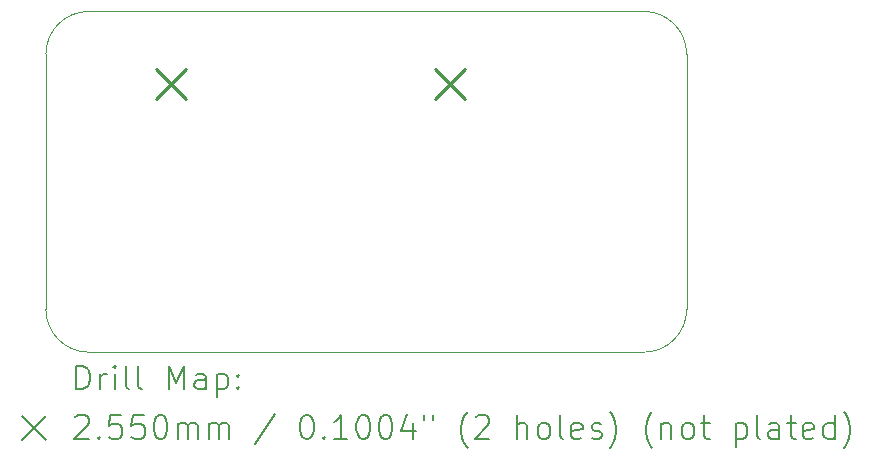
<source format=gbr>
%TF.GenerationSoftware,KiCad,Pcbnew,9.0.6*%
%TF.CreationDate,2026-01-16T18:23:39-05:00*%
%TF.ProjectId,gps_2,6770735f-322e-46b6-9963-61645f706362,AA*%
%TF.SameCoordinates,Original*%
%TF.FileFunction,Drillmap*%
%TF.FilePolarity,Positive*%
%FSLAX45Y45*%
G04 Gerber Fmt 4.5, Leading zero omitted, Abs format (unit mm)*
G04 Created by KiCad (PCBNEW 9.0.6) date 2026-01-16 18:23:39*
%MOMM*%
%LPD*%
G01*
G04 APERTURE LIST*
%ADD10C,0.050000*%
%ADD11C,0.200000*%
%ADD12C,0.255000*%
G04 APERTURE END LIST*
D10*
X18444088Y-12522200D02*
X18444095Y-10363201D01*
X13018683Y-10363200D02*
G75*
G02*
X13381888Y-9999993I363207J0D01*
G01*
X13018683Y-12522200D02*
X13018683Y-10363200D01*
X13381887Y-12885405D02*
G75*
G02*
X13018685Y-12522200I3J363205D01*
G01*
X13381888Y-10000000D02*
X18079013Y-10000000D01*
X18080888Y-12885405D02*
X13381887Y-12885405D01*
X18444093Y-12522200D02*
G75*
G02*
X18080888Y-12885403I-363203J0D01*
G01*
X18079013Y-10000000D02*
G75*
G02*
X18444095Y-10363200I1877J-363200D01*
G01*
D11*
D12*
X13948500Y-10486500D02*
X14203500Y-10741500D01*
X14203500Y-10486500D02*
X13948500Y-10741500D01*
X16313500Y-10486500D02*
X16568500Y-10741500D01*
X16568500Y-10486500D02*
X16313500Y-10741500D01*
D11*
X13276959Y-13199389D02*
X13276959Y-12999389D01*
X13276959Y-12999389D02*
X13324578Y-12999389D01*
X13324578Y-12999389D02*
X13353150Y-13008913D01*
X13353150Y-13008913D02*
X13372197Y-13027960D01*
X13372197Y-13027960D02*
X13381721Y-13047008D01*
X13381721Y-13047008D02*
X13391245Y-13085103D01*
X13391245Y-13085103D02*
X13391245Y-13113675D01*
X13391245Y-13113675D02*
X13381721Y-13151770D01*
X13381721Y-13151770D02*
X13372197Y-13170817D01*
X13372197Y-13170817D02*
X13353150Y-13189865D01*
X13353150Y-13189865D02*
X13324578Y-13199389D01*
X13324578Y-13199389D02*
X13276959Y-13199389D01*
X13476959Y-13199389D02*
X13476959Y-13066055D01*
X13476959Y-13104151D02*
X13486483Y-13085103D01*
X13486483Y-13085103D02*
X13496007Y-13075579D01*
X13496007Y-13075579D02*
X13515055Y-13066055D01*
X13515055Y-13066055D02*
X13534102Y-13066055D01*
X13600769Y-13199389D02*
X13600769Y-13066055D01*
X13600769Y-12999389D02*
X13591245Y-13008913D01*
X13591245Y-13008913D02*
X13600769Y-13018436D01*
X13600769Y-13018436D02*
X13610293Y-13008913D01*
X13610293Y-13008913D02*
X13600769Y-12999389D01*
X13600769Y-12999389D02*
X13600769Y-13018436D01*
X13724578Y-13199389D02*
X13705531Y-13189865D01*
X13705531Y-13189865D02*
X13696007Y-13170817D01*
X13696007Y-13170817D02*
X13696007Y-12999389D01*
X13829340Y-13199389D02*
X13810293Y-13189865D01*
X13810293Y-13189865D02*
X13800769Y-13170817D01*
X13800769Y-13170817D02*
X13800769Y-12999389D01*
X14057912Y-13199389D02*
X14057912Y-12999389D01*
X14057912Y-12999389D02*
X14124578Y-13142246D01*
X14124578Y-13142246D02*
X14191245Y-12999389D01*
X14191245Y-12999389D02*
X14191245Y-13199389D01*
X14372197Y-13199389D02*
X14372197Y-13094627D01*
X14372197Y-13094627D02*
X14362674Y-13075579D01*
X14362674Y-13075579D02*
X14343626Y-13066055D01*
X14343626Y-13066055D02*
X14305531Y-13066055D01*
X14305531Y-13066055D02*
X14286483Y-13075579D01*
X14372197Y-13189865D02*
X14353150Y-13199389D01*
X14353150Y-13199389D02*
X14305531Y-13199389D01*
X14305531Y-13199389D02*
X14286483Y-13189865D01*
X14286483Y-13189865D02*
X14276959Y-13170817D01*
X14276959Y-13170817D02*
X14276959Y-13151770D01*
X14276959Y-13151770D02*
X14286483Y-13132722D01*
X14286483Y-13132722D02*
X14305531Y-13123198D01*
X14305531Y-13123198D02*
X14353150Y-13123198D01*
X14353150Y-13123198D02*
X14372197Y-13113675D01*
X14467436Y-13066055D02*
X14467436Y-13266055D01*
X14467436Y-13075579D02*
X14486483Y-13066055D01*
X14486483Y-13066055D02*
X14524578Y-13066055D01*
X14524578Y-13066055D02*
X14543626Y-13075579D01*
X14543626Y-13075579D02*
X14553150Y-13085103D01*
X14553150Y-13085103D02*
X14562674Y-13104151D01*
X14562674Y-13104151D02*
X14562674Y-13161294D01*
X14562674Y-13161294D02*
X14553150Y-13180341D01*
X14553150Y-13180341D02*
X14543626Y-13189865D01*
X14543626Y-13189865D02*
X14524578Y-13199389D01*
X14524578Y-13199389D02*
X14486483Y-13199389D01*
X14486483Y-13199389D02*
X14467436Y-13189865D01*
X14648388Y-13180341D02*
X14657912Y-13189865D01*
X14657912Y-13189865D02*
X14648388Y-13199389D01*
X14648388Y-13199389D02*
X14638864Y-13189865D01*
X14638864Y-13189865D02*
X14648388Y-13180341D01*
X14648388Y-13180341D02*
X14648388Y-13199389D01*
X14648388Y-13075579D02*
X14657912Y-13085103D01*
X14657912Y-13085103D02*
X14648388Y-13094627D01*
X14648388Y-13094627D02*
X14638864Y-13085103D01*
X14638864Y-13085103D02*
X14648388Y-13075579D01*
X14648388Y-13075579D02*
X14648388Y-13094627D01*
X12816183Y-13427905D02*
X13016183Y-13627905D01*
X13016183Y-13427905D02*
X12816183Y-13627905D01*
X13267436Y-13438436D02*
X13276959Y-13428913D01*
X13276959Y-13428913D02*
X13296007Y-13419389D01*
X13296007Y-13419389D02*
X13343626Y-13419389D01*
X13343626Y-13419389D02*
X13362674Y-13428913D01*
X13362674Y-13428913D02*
X13372197Y-13438436D01*
X13372197Y-13438436D02*
X13381721Y-13457484D01*
X13381721Y-13457484D02*
X13381721Y-13476532D01*
X13381721Y-13476532D02*
X13372197Y-13505103D01*
X13372197Y-13505103D02*
X13257912Y-13619389D01*
X13257912Y-13619389D02*
X13381721Y-13619389D01*
X13467436Y-13600341D02*
X13476959Y-13609865D01*
X13476959Y-13609865D02*
X13467436Y-13619389D01*
X13467436Y-13619389D02*
X13457912Y-13609865D01*
X13457912Y-13609865D02*
X13467436Y-13600341D01*
X13467436Y-13600341D02*
X13467436Y-13619389D01*
X13657912Y-13419389D02*
X13562674Y-13419389D01*
X13562674Y-13419389D02*
X13553150Y-13514627D01*
X13553150Y-13514627D02*
X13562674Y-13505103D01*
X13562674Y-13505103D02*
X13581721Y-13495579D01*
X13581721Y-13495579D02*
X13629340Y-13495579D01*
X13629340Y-13495579D02*
X13648388Y-13505103D01*
X13648388Y-13505103D02*
X13657912Y-13514627D01*
X13657912Y-13514627D02*
X13667436Y-13533675D01*
X13667436Y-13533675D02*
X13667436Y-13581294D01*
X13667436Y-13581294D02*
X13657912Y-13600341D01*
X13657912Y-13600341D02*
X13648388Y-13609865D01*
X13648388Y-13609865D02*
X13629340Y-13619389D01*
X13629340Y-13619389D02*
X13581721Y-13619389D01*
X13581721Y-13619389D02*
X13562674Y-13609865D01*
X13562674Y-13609865D02*
X13553150Y-13600341D01*
X13848388Y-13419389D02*
X13753150Y-13419389D01*
X13753150Y-13419389D02*
X13743626Y-13514627D01*
X13743626Y-13514627D02*
X13753150Y-13505103D01*
X13753150Y-13505103D02*
X13772197Y-13495579D01*
X13772197Y-13495579D02*
X13819817Y-13495579D01*
X13819817Y-13495579D02*
X13838864Y-13505103D01*
X13838864Y-13505103D02*
X13848388Y-13514627D01*
X13848388Y-13514627D02*
X13857912Y-13533675D01*
X13857912Y-13533675D02*
X13857912Y-13581294D01*
X13857912Y-13581294D02*
X13848388Y-13600341D01*
X13848388Y-13600341D02*
X13838864Y-13609865D01*
X13838864Y-13609865D02*
X13819817Y-13619389D01*
X13819817Y-13619389D02*
X13772197Y-13619389D01*
X13772197Y-13619389D02*
X13753150Y-13609865D01*
X13753150Y-13609865D02*
X13743626Y-13600341D01*
X13981721Y-13419389D02*
X14000769Y-13419389D01*
X14000769Y-13419389D02*
X14019817Y-13428913D01*
X14019817Y-13428913D02*
X14029340Y-13438436D01*
X14029340Y-13438436D02*
X14038864Y-13457484D01*
X14038864Y-13457484D02*
X14048388Y-13495579D01*
X14048388Y-13495579D02*
X14048388Y-13543198D01*
X14048388Y-13543198D02*
X14038864Y-13581294D01*
X14038864Y-13581294D02*
X14029340Y-13600341D01*
X14029340Y-13600341D02*
X14019817Y-13609865D01*
X14019817Y-13609865D02*
X14000769Y-13619389D01*
X14000769Y-13619389D02*
X13981721Y-13619389D01*
X13981721Y-13619389D02*
X13962674Y-13609865D01*
X13962674Y-13609865D02*
X13953150Y-13600341D01*
X13953150Y-13600341D02*
X13943626Y-13581294D01*
X13943626Y-13581294D02*
X13934102Y-13543198D01*
X13934102Y-13543198D02*
X13934102Y-13495579D01*
X13934102Y-13495579D02*
X13943626Y-13457484D01*
X13943626Y-13457484D02*
X13953150Y-13438436D01*
X13953150Y-13438436D02*
X13962674Y-13428913D01*
X13962674Y-13428913D02*
X13981721Y-13419389D01*
X14134102Y-13619389D02*
X14134102Y-13486055D01*
X14134102Y-13505103D02*
X14143626Y-13495579D01*
X14143626Y-13495579D02*
X14162674Y-13486055D01*
X14162674Y-13486055D02*
X14191245Y-13486055D01*
X14191245Y-13486055D02*
X14210293Y-13495579D01*
X14210293Y-13495579D02*
X14219817Y-13514627D01*
X14219817Y-13514627D02*
X14219817Y-13619389D01*
X14219817Y-13514627D02*
X14229340Y-13495579D01*
X14229340Y-13495579D02*
X14248388Y-13486055D01*
X14248388Y-13486055D02*
X14276959Y-13486055D01*
X14276959Y-13486055D02*
X14296007Y-13495579D01*
X14296007Y-13495579D02*
X14305531Y-13514627D01*
X14305531Y-13514627D02*
X14305531Y-13619389D01*
X14400769Y-13619389D02*
X14400769Y-13486055D01*
X14400769Y-13505103D02*
X14410293Y-13495579D01*
X14410293Y-13495579D02*
X14429340Y-13486055D01*
X14429340Y-13486055D02*
X14457912Y-13486055D01*
X14457912Y-13486055D02*
X14476959Y-13495579D01*
X14476959Y-13495579D02*
X14486483Y-13514627D01*
X14486483Y-13514627D02*
X14486483Y-13619389D01*
X14486483Y-13514627D02*
X14496007Y-13495579D01*
X14496007Y-13495579D02*
X14515055Y-13486055D01*
X14515055Y-13486055D02*
X14543626Y-13486055D01*
X14543626Y-13486055D02*
X14562674Y-13495579D01*
X14562674Y-13495579D02*
X14572198Y-13514627D01*
X14572198Y-13514627D02*
X14572198Y-13619389D01*
X14962674Y-13409865D02*
X14791245Y-13667008D01*
X15219817Y-13419389D02*
X15238864Y-13419389D01*
X15238864Y-13419389D02*
X15257912Y-13428913D01*
X15257912Y-13428913D02*
X15267436Y-13438436D01*
X15267436Y-13438436D02*
X15276960Y-13457484D01*
X15276960Y-13457484D02*
X15286483Y-13495579D01*
X15286483Y-13495579D02*
X15286483Y-13543198D01*
X15286483Y-13543198D02*
X15276960Y-13581294D01*
X15276960Y-13581294D02*
X15267436Y-13600341D01*
X15267436Y-13600341D02*
X15257912Y-13609865D01*
X15257912Y-13609865D02*
X15238864Y-13619389D01*
X15238864Y-13619389D02*
X15219817Y-13619389D01*
X15219817Y-13619389D02*
X15200769Y-13609865D01*
X15200769Y-13609865D02*
X15191245Y-13600341D01*
X15191245Y-13600341D02*
X15181721Y-13581294D01*
X15181721Y-13581294D02*
X15172198Y-13543198D01*
X15172198Y-13543198D02*
X15172198Y-13495579D01*
X15172198Y-13495579D02*
X15181721Y-13457484D01*
X15181721Y-13457484D02*
X15191245Y-13438436D01*
X15191245Y-13438436D02*
X15200769Y-13428913D01*
X15200769Y-13428913D02*
X15219817Y-13419389D01*
X15372198Y-13600341D02*
X15381721Y-13609865D01*
X15381721Y-13609865D02*
X15372198Y-13619389D01*
X15372198Y-13619389D02*
X15362674Y-13609865D01*
X15362674Y-13609865D02*
X15372198Y-13600341D01*
X15372198Y-13600341D02*
X15372198Y-13619389D01*
X15572198Y-13619389D02*
X15457912Y-13619389D01*
X15515055Y-13619389D02*
X15515055Y-13419389D01*
X15515055Y-13419389D02*
X15496007Y-13447960D01*
X15496007Y-13447960D02*
X15476960Y-13467008D01*
X15476960Y-13467008D02*
X15457912Y-13476532D01*
X15696007Y-13419389D02*
X15715055Y-13419389D01*
X15715055Y-13419389D02*
X15734102Y-13428913D01*
X15734102Y-13428913D02*
X15743626Y-13438436D01*
X15743626Y-13438436D02*
X15753150Y-13457484D01*
X15753150Y-13457484D02*
X15762674Y-13495579D01*
X15762674Y-13495579D02*
X15762674Y-13543198D01*
X15762674Y-13543198D02*
X15753150Y-13581294D01*
X15753150Y-13581294D02*
X15743626Y-13600341D01*
X15743626Y-13600341D02*
X15734102Y-13609865D01*
X15734102Y-13609865D02*
X15715055Y-13619389D01*
X15715055Y-13619389D02*
X15696007Y-13619389D01*
X15696007Y-13619389D02*
X15676960Y-13609865D01*
X15676960Y-13609865D02*
X15667436Y-13600341D01*
X15667436Y-13600341D02*
X15657912Y-13581294D01*
X15657912Y-13581294D02*
X15648388Y-13543198D01*
X15648388Y-13543198D02*
X15648388Y-13495579D01*
X15648388Y-13495579D02*
X15657912Y-13457484D01*
X15657912Y-13457484D02*
X15667436Y-13438436D01*
X15667436Y-13438436D02*
X15676960Y-13428913D01*
X15676960Y-13428913D02*
X15696007Y-13419389D01*
X15886483Y-13419389D02*
X15905531Y-13419389D01*
X15905531Y-13419389D02*
X15924579Y-13428913D01*
X15924579Y-13428913D02*
X15934102Y-13438436D01*
X15934102Y-13438436D02*
X15943626Y-13457484D01*
X15943626Y-13457484D02*
X15953150Y-13495579D01*
X15953150Y-13495579D02*
X15953150Y-13543198D01*
X15953150Y-13543198D02*
X15943626Y-13581294D01*
X15943626Y-13581294D02*
X15934102Y-13600341D01*
X15934102Y-13600341D02*
X15924579Y-13609865D01*
X15924579Y-13609865D02*
X15905531Y-13619389D01*
X15905531Y-13619389D02*
X15886483Y-13619389D01*
X15886483Y-13619389D02*
X15867436Y-13609865D01*
X15867436Y-13609865D02*
X15857912Y-13600341D01*
X15857912Y-13600341D02*
X15848388Y-13581294D01*
X15848388Y-13581294D02*
X15838864Y-13543198D01*
X15838864Y-13543198D02*
X15838864Y-13495579D01*
X15838864Y-13495579D02*
X15848388Y-13457484D01*
X15848388Y-13457484D02*
X15857912Y-13438436D01*
X15857912Y-13438436D02*
X15867436Y-13428913D01*
X15867436Y-13428913D02*
X15886483Y-13419389D01*
X16124579Y-13486055D02*
X16124579Y-13619389D01*
X16076960Y-13409865D02*
X16029341Y-13552722D01*
X16029341Y-13552722D02*
X16153150Y-13552722D01*
X16219817Y-13419389D02*
X16219817Y-13457484D01*
X16296007Y-13419389D02*
X16296007Y-13457484D01*
X16591245Y-13695579D02*
X16581722Y-13686055D01*
X16581722Y-13686055D02*
X16562674Y-13657484D01*
X16562674Y-13657484D02*
X16553150Y-13638436D01*
X16553150Y-13638436D02*
X16543626Y-13609865D01*
X16543626Y-13609865D02*
X16534103Y-13562246D01*
X16534103Y-13562246D02*
X16534103Y-13524151D01*
X16534103Y-13524151D02*
X16543626Y-13476532D01*
X16543626Y-13476532D02*
X16553150Y-13447960D01*
X16553150Y-13447960D02*
X16562674Y-13428913D01*
X16562674Y-13428913D02*
X16581722Y-13400341D01*
X16581722Y-13400341D02*
X16591245Y-13390817D01*
X16657912Y-13438436D02*
X16667436Y-13428913D01*
X16667436Y-13428913D02*
X16686483Y-13419389D01*
X16686483Y-13419389D02*
X16734103Y-13419389D01*
X16734103Y-13419389D02*
X16753150Y-13428913D01*
X16753150Y-13428913D02*
X16762674Y-13438436D01*
X16762674Y-13438436D02*
X16772198Y-13457484D01*
X16772198Y-13457484D02*
X16772198Y-13476532D01*
X16772198Y-13476532D02*
X16762674Y-13505103D01*
X16762674Y-13505103D02*
X16648388Y-13619389D01*
X16648388Y-13619389D02*
X16772198Y-13619389D01*
X17010293Y-13619389D02*
X17010293Y-13419389D01*
X17096007Y-13619389D02*
X17096007Y-13514627D01*
X17096007Y-13514627D02*
X17086484Y-13495579D01*
X17086484Y-13495579D02*
X17067436Y-13486055D01*
X17067436Y-13486055D02*
X17038865Y-13486055D01*
X17038865Y-13486055D02*
X17019817Y-13495579D01*
X17019817Y-13495579D02*
X17010293Y-13505103D01*
X17219817Y-13619389D02*
X17200769Y-13609865D01*
X17200769Y-13609865D02*
X17191246Y-13600341D01*
X17191246Y-13600341D02*
X17181722Y-13581294D01*
X17181722Y-13581294D02*
X17181722Y-13524151D01*
X17181722Y-13524151D02*
X17191246Y-13505103D01*
X17191246Y-13505103D02*
X17200769Y-13495579D01*
X17200769Y-13495579D02*
X17219817Y-13486055D01*
X17219817Y-13486055D02*
X17248388Y-13486055D01*
X17248388Y-13486055D02*
X17267436Y-13495579D01*
X17267436Y-13495579D02*
X17276960Y-13505103D01*
X17276960Y-13505103D02*
X17286484Y-13524151D01*
X17286484Y-13524151D02*
X17286484Y-13581294D01*
X17286484Y-13581294D02*
X17276960Y-13600341D01*
X17276960Y-13600341D02*
X17267436Y-13609865D01*
X17267436Y-13609865D02*
X17248388Y-13619389D01*
X17248388Y-13619389D02*
X17219817Y-13619389D01*
X17400769Y-13619389D02*
X17381722Y-13609865D01*
X17381722Y-13609865D02*
X17372198Y-13590817D01*
X17372198Y-13590817D02*
X17372198Y-13419389D01*
X17553150Y-13609865D02*
X17534103Y-13619389D01*
X17534103Y-13619389D02*
X17496007Y-13619389D01*
X17496007Y-13619389D02*
X17476960Y-13609865D01*
X17476960Y-13609865D02*
X17467436Y-13590817D01*
X17467436Y-13590817D02*
X17467436Y-13514627D01*
X17467436Y-13514627D02*
X17476960Y-13495579D01*
X17476960Y-13495579D02*
X17496007Y-13486055D01*
X17496007Y-13486055D02*
X17534103Y-13486055D01*
X17534103Y-13486055D02*
X17553150Y-13495579D01*
X17553150Y-13495579D02*
X17562674Y-13514627D01*
X17562674Y-13514627D02*
X17562674Y-13533675D01*
X17562674Y-13533675D02*
X17467436Y-13552722D01*
X17638865Y-13609865D02*
X17657912Y-13619389D01*
X17657912Y-13619389D02*
X17696007Y-13619389D01*
X17696007Y-13619389D02*
X17715055Y-13609865D01*
X17715055Y-13609865D02*
X17724579Y-13590817D01*
X17724579Y-13590817D02*
X17724579Y-13581294D01*
X17724579Y-13581294D02*
X17715055Y-13562246D01*
X17715055Y-13562246D02*
X17696007Y-13552722D01*
X17696007Y-13552722D02*
X17667436Y-13552722D01*
X17667436Y-13552722D02*
X17648388Y-13543198D01*
X17648388Y-13543198D02*
X17638865Y-13524151D01*
X17638865Y-13524151D02*
X17638865Y-13514627D01*
X17638865Y-13514627D02*
X17648388Y-13495579D01*
X17648388Y-13495579D02*
X17667436Y-13486055D01*
X17667436Y-13486055D02*
X17696007Y-13486055D01*
X17696007Y-13486055D02*
X17715055Y-13495579D01*
X17791246Y-13695579D02*
X17800769Y-13686055D01*
X17800769Y-13686055D02*
X17819817Y-13657484D01*
X17819817Y-13657484D02*
X17829341Y-13638436D01*
X17829341Y-13638436D02*
X17838865Y-13609865D01*
X17838865Y-13609865D02*
X17848388Y-13562246D01*
X17848388Y-13562246D02*
X17848388Y-13524151D01*
X17848388Y-13524151D02*
X17838865Y-13476532D01*
X17838865Y-13476532D02*
X17829341Y-13447960D01*
X17829341Y-13447960D02*
X17819817Y-13428913D01*
X17819817Y-13428913D02*
X17800769Y-13400341D01*
X17800769Y-13400341D02*
X17791246Y-13390817D01*
X18153150Y-13695579D02*
X18143627Y-13686055D01*
X18143627Y-13686055D02*
X18124579Y-13657484D01*
X18124579Y-13657484D02*
X18115055Y-13638436D01*
X18115055Y-13638436D02*
X18105531Y-13609865D01*
X18105531Y-13609865D02*
X18096008Y-13562246D01*
X18096008Y-13562246D02*
X18096008Y-13524151D01*
X18096008Y-13524151D02*
X18105531Y-13476532D01*
X18105531Y-13476532D02*
X18115055Y-13447960D01*
X18115055Y-13447960D02*
X18124579Y-13428913D01*
X18124579Y-13428913D02*
X18143627Y-13400341D01*
X18143627Y-13400341D02*
X18153150Y-13390817D01*
X18229341Y-13486055D02*
X18229341Y-13619389D01*
X18229341Y-13505103D02*
X18238865Y-13495579D01*
X18238865Y-13495579D02*
X18257912Y-13486055D01*
X18257912Y-13486055D02*
X18286484Y-13486055D01*
X18286484Y-13486055D02*
X18305531Y-13495579D01*
X18305531Y-13495579D02*
X18315055Y-13514627D01*
X18315055Y-13514627D02*
X18315055Y-13619389D01*
X18438865Y-13619389D02*
X18419817Y-13609865D01*
X18419817Y-13609865D02*
X18410293Y-13600341D01*
X18410293Y-13600341D02*
X18400769Y-13581294D01*
X18400769Y-13581294D02*
X18400769Y-13524151D01*
X18400769Y-13524151D02*
X18410293Y-13505103D01*
X18410293Y-13505103D02*
X18419817Y-13495579D01*
X18419817Y-13495579D02*
X18438865Y-13486055D01*
X18438865Y-13486055D02*
X18467436Y-13486055D01*
X18467436Y-13486055D02*
X18486484Y-13495579D01*
X18486484Y-13495579D02*
X18496008Y-13505103D01*
X18496008Y-13505103D02*
X18505531Y-13524151D01*
X18505531Y-13524151D02*
X18505531Y-13581294D01*
X18505531Y-13581294D02*
X18496008Y-13600341D01*
X18496008Y-13600341D02*
X18486484Y-13609865D01*
X18486484Y-13609865D02*
X18467436Y-13619389D01*
X18467436Y-13619389D02*
X18438865Y-13619389D01*
X18562674Y-13486055D02*
X18638865Y-13486055D01*
X18591246Y-13419389D02*
X18591246Y-13590817D01*
X18591246Y-13590817D02*
X18600769Y-13609865D01*
X18600769Y-13609865D02*
X18619817Y-13619389D01*
X18619817Y-13619389D02*
X18638865Y-13619389D01*
X18857912Y-13486055D02*
X18857912Y-13686055D01*
X18857912Y-13495579D02*
X18876960Y-13486055D01*
X18876960Y-13486055D02*
X18915055Y-13486055D01*
X18915055Y-13486055D02*
X18934103Y-13495579D01*
X18934103Y-13495579D02*
X18943627Y-13505103D01*
X18943627Y-13505103D02*
X18953150Y-13524151D01*
X18953150Y-13524151D02*
X18953150Y-13581294D01*
X18953150Y-13581294D02*
X18943627Y-13600341D01*
X18943627Y-13600341D02*
X18934103Y-13609865D01*
X18934103Y-13609865D02*
X18915055Y-13619389D01*
X18915055Y-13619389D02*
X18876960Y-13619389D01*
X18876960Y-13619389D02*
X18857912Y-13609865D01*
X19067436Y-13619389D02*
X19048389Y-13609865D01*
X19048389Y-13609865D02*
X19038865Y-13590817D01*
X19038865Y-13590817D02*
X19038865Y-13419389D01*
X19229341Y-13619389D02*
X19229341Y-13514627D01*
X19229341Y-13514627D02*
X19219817Y-13495579D01*
X19219817Y-13495579D02*
X19200770Y-13486055D01*
X19200770Y-13486055D02*
X19162674Y-13486055D01*
X19162674Y-13486055D02*
X19143627Y-13495579D01*
X19229341Y-13609865D02*
X19210293Y-13619389D01*
X19210293Y-13619389D02*
X19162674Y-13619389D01*
X19162674Y-13619389D02*
X19143627Y-13609865D01*
X19143627Y-13609865D02*
X19134103Y-13590817D01*
X19134103Y-13590817D02*
X19134103Y-13571770D01*
X19134103Y-13571770D02*
X19143627Y-13552722D01*
X19143627Y-13552722D02*
X19162674Y-13543198D01*
X19162674Y-13543198D02*
X19210293Y-13543198D01*
X19210293Y-13543198D02*
X19229341Y-13533675D01*
X19296008Y-13486055D02*
X19372198Y-13486055D01*
X19324579Y-13419389D02*
X19324579Y-13590817D01*
X19324579Y-13590817D02*
X19334103Y-13609865D01*
X19334103Y-13609865D02*
X19353150Y-13619389D01*
X19353150Y-13619389D02*
X19372198Y-13619389D01*
X19515055Y-13609865D02*
X19496008Y-13619389D01*
X19496008Y-13619389D02*
X19457912Y-13619389D01*
X19457912Y-13619389D02*
X19438865Y-13609865D01*
X19438865Y-13609865D02*
X19429341Y-13590817D01*
X19429341Y-13590817D02*
X19429341Y-13514627D01*
X19429341Y-13514627D02*
X19438865Y-13495579D01*
X19438865Y-13495579D02*
X19457912Y-13486055D01*
X19457912Y-13486055D02*
X19496008Y-13486055D01*
X19496008Y-13486055D02*
X19515055Y-13495579D01*
X19515055Y-13495579D02*
X19524579Y-13514627D01*
X19524579Y-13514627D02*
X19524579Y-13533675D01*
X19524579Y-13533675D02*
X19429341Y-13552722D01*
X19696008Y-13619389D02*
X19696008Y-13419389D01*
X19696008Y-13609865D02*
X19676960Y-13619389D01*
X19676960Y-13619389D02*
X19638865Y-13619389D01*
X19638865Y-13619389D02*
X19619817Y-13609865D01*
X19619817Y-13609865D02*
X19610293Y-13600341D01*
X19610293Y-13600341D02*
X19600770Y-13581294D01*
X19600770Y-13581294D02*
X19600770Y-13524151D01*
X19600770Y-13524151D02*
X19610293Y-13505103D01*
X19610293Y-13505103D02*
X19619817Y-13495579D01*
X19619817Y-13495579D02*
X19638865Y-13486055D01*
X19638865Y-13486055D02*
X19676960Y-13486055D01*
X19676960Y-13486055D02*
X19696008Y-13495579D01*
X19772198Y-13695579D02*
X19781722Y-13686055D01*
X19781722Y-13686055D02*
X19800770Y-13657484D01*
X19800770Y-13657484D02*
X19810293Y-13638436D01*
X19810293Y-13638436D02*
X19819817Y-13609865D01*
X19819817Y-13609865D02*
X19829341Y-13562246D01*
X19829341Y-13562246D02*
X19829341Y-13524151D01*
X19829341Y-13524151D02*
X19819817Y-13476532D01*
X19819817Y-13476532D02*
X19810293Y-13447960D01*
X19810293Y-13447960D02*
X19800770Y-13428913D01*
X19800770Y-13428913D02*
X19781722Y-13400341D01*
X19781722Y-13400341D02*
X19772198Y-13390817D01*
M02*

</source>
